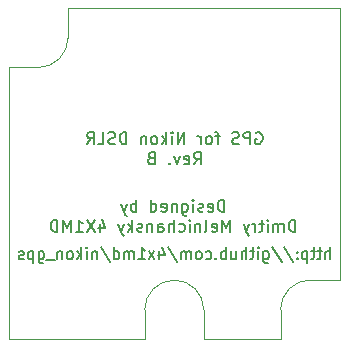
<source format=gbr>
G04 #@! TF.GenerationSoftware,KiCad,Pcbnew,5.1.6-c6e7f7d~87~ubuntu18.04.1*
G04 #@! TF.CreationDate,2020-08-30T01:02:13+03:00*
G04 #@! TF.ProjectId,nikon_gps,6e696b6f-6e5f-4677-9073-2e6b69636164,B*
G04 #@! TF.SameCoordinates,Original*
G04 #@! TF.FileFunction,Legend,Bot*
G04 #@! TF.FilePolarity,Positive*
%FSLAX46Y46*%
G04 Gerber Fmt 4.6, Leading zero omitted, Abs format (unit mm)*
G04 Created by KiCad (PCBNEW 5.1.6-c6e7f7d~87~ubuntu18.04.1) date 2020-08-30 01:02:13*
%MOMM*%
%LPD*%
G01*
G04 APERTURE LIST*
%ADD10C,0.200000*%
G04 #@! TA.AperFunction,Profile*
%ADD11C,0.100000*%
G04 #@! TD*
G04 APERTURE END LIST*
D10*
X120903142Y-110537000D02*
X120998380Y-110489380D01*
X121141238Y-110489380D01*
X121284095Y-110537000D01*
X121379333Y-110632238D01*
X121426952Y-110727476D01*
X121474571Y-110917952D01*
X121474571Y-111060809D01*
X121426952Y-111251285D01*
X121379333Y-111346523D01*
X121284095Y-111441761D01*
X121141238Y-111489380D01*
X121046000Y-111489380D01*
X120903142Y-111441761D01*
X120855523Y-111394142D01*
X120855523Y-111060809D01*
X121046000Y-111060809D01*
X120426952Y-111489380D02*
X120426952Y-110489380D01*
X120046000Y-110489380D01*
X119950761Y-110537000D01*
X119903142Y-110584619D01*
X119855523Y-110679857D01*
X119855523Y-110822714D01*
X119903142Y-110917952D01*
X119950761Y-110965571D01*
X120046000Y-111013190D01*
X120426952Y-111013190D01*
X119474571Y-111441761D02*
X119331714Y-111489380D01*
X119093619Y-111489380D01*
X118998380Y-111441761D01*
X118950761Y-111394142D01*
X118903142Y-111298904D01*
X118903142Y-111203666D01*
X118950761Y-111108428D01*
X118998380Y-111060809D01*
X119093619Y-111013190D01*
X119284095Y-110965571D01*
X119379333Y-110917952D01*
X119426952Y-110870333D01*
X119474571Y-110775095D01*
X119474571Y-110679857D01*
X119426952Y-110584619D01*
X119379333Y-110537000D01*
X119284095Y-110489380D01*
X119046000Y-110489380D01*
X118903142Y-110537000D01*
X117855523Y-110822714D02*
X117474571Y-110822714D01*
X117712666Y-111489380D02*
X117712666Y-110632238D01*
X117665047Y-110537000D01*
X117569809Y-110489380D01*
X117474571Y-110489380D01*
X116998380Y-111489380D02*
X117093619Y-111441761D01*
X117141238Y-111394142D01*
X117188857Y-111298904D01*
X117188857Y-111013190D01*
X117141238Y-110917952D01*
X117093619Y-110870333D01*
X116998380Y-110822714D01*
X116855523Y-110822714D01*
X116760285Y-110870333D01*
X116712666Y-110917952D01*
X116665047Y-111013190D01*
X116665047Y-111298904D01*
X116712666Y-111394142D01*
X116760285Y-111441761D01*
X116855523Y-111489380D01*
X116998380Y-111489380D01*
X116236476Y-111489380D02*
X116236476Y-110822714D01*
X116236476Y-111013190D02*
X116188857Y-110917952D01*
X116141238Y-110870333D01*
X116046000Y-110822714D01*
X115950761Y-110822714D01*
X114855523Y-111489380D02*
X114855523Y-110489380D01*
X114284095Y-111489380D01*
X114284095Y-110489380D01*
X113807904Y-111489380D02*
X113807904Y-110822714D01*
X113807904Y-110489380D02*
X113855523Y-110537000D01*
X113807904Y-110584619D01*
X113760285Y-110537000D01*
X113807904Y-110489380D01*
X113807904Y-110584619D01*
X113331714Y-111489380D02*
X113331714Y-110489380D01*
X113236476Y-111108428D02*
X112950761Y-111489380D01*
X112950761Y-110822714D02*
X113331714Y-111203666D01*
X112379333Y-111489380D02*
X112474571Y-111441761D01*
X112522190Y-111394142D01*
X112569809Y-111298904D01*
X112569809Y-111013190D01*
X112522190Y-110917952D01*
X112474571Y-110870333D01*
X112379333Y-110822714D01*
X112236476Y-110822714D01*
X112141238Y-110870333D01*
X112093619Y-110917952D01*
X112046000Y-111013190D01*
X112046000Y-111298904D01*
X112093619Y-111394142D01*
X112141238Y-111441761D01*
X112236476Y-111489380D01*
X112379333Y-111489380D01*
X111617428Y-110822714D02*
X111617428Y-111489380D01*
X111617428Y-110917952D02*
X111569809Y-110870333D01*
X111474571Y-110822714D01*
X111331714Y-110822714D01*
X111236476Y-110870333D01*
X111188857Y-110965571D01*
X111188857Y-111489380D01*
X109950761Y-111489380D02*
X109950761Y-110489380D01*
X109712666Y-110489380D01*
X109569809Y-110537000D01*
X109474571Y-110632238D01*
X109426952Y-110727476D01*
X109379333Y-110917952D01*
X109379333Y-111060809D01*
X109426952Y-111251285D01*
X109474571Y-111346523D01*
X109569809Y-111441761D01*
X109712666Y-111489380D01*
X109950761Y-111489380D01*
X108998380Y-111441761D02*
X108855523Y-111489380D01*
X108617428Y-111489380D01*
X108522190Y-111441761D01*
X108474571Y-111394142D01*
X108426952Y-111298904D01*
X108426952Y-111203666D01*
X108474571Y-111108428D01*
X108522190Y-111060809D01*
X108617428Y-111013190D01*
X108807904Y-110965571D01*
X108903142Y-110917952D01*
X108950761Y-110870333D01*
X108998380Y-110775095D01*
X108998380Y-110679857D01*
X108950761Y-110584619D01*
X108903142Y-110537000D01*
X108807904Y-110489380D01*
X108569809Y-110489380D01*
X108426952Y-110537000D01*
X107522190Y-111489380D02*
X107998380Y-111489380D01*
X107998380Y-110489380D01*
X106617428Y-111489380D02*
X106950761Y-111013190D01*
X107188857Y-111489380D02*
X107188857Y-110489380D01*
X106807904Y-110489380D01*
X106712666Y-110537000D01*
X106665047Y-110584619D01*
X106617428Y-110679857D01*
X106617428Y-110822714D01*
X106665047Y-110917952D01*
X106712666Y-110965571D01*
X106807904Y-111013190D01*
X107188857Y-111013190D01*
X115665047Y-113189380D02*
X115998380Y-112713190D01*
X116236476Y-113189380D02*
X116236476Y-112189380D01*
X115855523Y-112189380D01*
X115760285Y-112237000D01*
X115712666Y-112284619D01*
X115665047Y-112379857D01*
X115665047Y-112522714D01*
X115712666Y-112617952D01*
X115760285Y-112665571D01*
X115855523Y-112713190D01*
X116236476Y-112713190D01*
X114855523Y-113141761D02*
X114950761Y-113189380D01*
X115141238Y-113189380D01*
X115236476Y-113141761D01*
X115284095Y-113046523D01*
X115284095Y-112665571D01*
X115236476Y-112570333D01*
X115141238Y-112522714D01*
X114950761Y-112522714D01*
X114855523Y-112570333D01*
X114807904Y-112665571D01*
X114807904Y-112760809D01*
X115284095Y-112856047D01*
X114474571Y-112522714D02*
X114236476Y-113189380D01*
X113998380Y-112522714D01*
X113617428Y-113094142D02*
X113569809Y-113141761D01*
X113617428Y-113189380D01*
X113665047Y-113141761D01*
X113617428Y-113094142D01*
X113617428Y-113189380D01*
X112046000Y-112665571D02*
X111903142Y-112713190D01*
X111855523Y-112760809D01*
X111807904Y-112856047D01*
X111807904Y-112998904D01*
X111855523Y-113094142D01*
X111903142Y-113141761D01*
X111998380Y-113189380D01*
X112379333Y-113189380D01*
X112379333Y-112189380D01*
X112046000Y-112189380D01*
X111950761Y-112237000D01*
X111903142Y-112284619D01*
X111855523Y-112379857D01*
X111855523Y-112475095D01*
X111903142Y-112570333D01*
X111950761Y-112617952D01*
X112046000Y-112665571D01*
X112379333Y-112665571D01*
X118252333Y-117204380D02*
X118252333Y-116204380D01*
X118014238Y-116204380D01*
X117871380Y-116252000D01*
X117776142Y-116347238D01*
X117728523Y-116442476D01*
X117680904Y-116632952D01*
X117680904Y-116775809D01*
X117728523Y-116966285D01*
X117776142Y-117061523D01*
X117871380Y-117156761D01*
X118014238Y-117204380D01*
X118252333Y-117204380D01*
X116871380Y-117156761D02*
X116966619Y-117204380D01*
X117157095Y-117204380D01*
X117252333Y-117156761D01*
X117299952Y-117061523D01*
X117299952Y-116680571D01*
X117252333Y-116585333D01*
X117157095Y-116537714D01*
X116966619Y-116537714D01*
X116871380Y-116585333D01*
X116823761Y-116680571D01*
X116823761Y-116775809D01*
X117299952Y-116871047D01*
X116442809Y-117156761D02*
X116347571Y-117204380D01*
X116157095Y-117204380D01*
X116061857Y-117156761D01*
X116014238Y-117061523D01*
X116014238Y-117013904D01*
X116061857Y-116918666D01*
X116157095Y-116871047D01*
X116299952Y-116871047D01*
X116395190Y-116823428D01*
X116442809Y-116728190D01*
X116442809Y-116680571D01*
X116395190Y-116585333D01*
X116299952Y-116537714D01*
X116157095Y-116537714D01*
X116061857Y-116585333D01*
X115585666Y-117204380D02*
X115585666Y-116537714D01*
X115585666Y-116204380D02*
X115633285Y-116252000D01*
X115585666Y-116299619D01*
X115538047Y-116252000D01*
X115585666Y-116204380D01*
X115585666Y-116299619D01*
X114680904Y-116537714D02*
X114680904Y-117347238D01*
X114728523Y-117442476D01*
X114776142Y-117490095D01*
X114871380Y-117537714D01*
X115014238Y-117537714D01*
X115109476Y-117490095D01*
X114680904Y-117156761D02*
X114776142Y-117204380D01*
X114966619Y-117204380D01*
X115061857Y-117156761D01*
X115109476Y-117109142D01*
X115157095Y-117013904D01*
X115157095Y-116728190D01*
X115109476Y-116632952D01*
X115061857Y-116585333D01*
X114966619Y-116537714D01*
X114776142Y-116537714D01*
X114680904Y-116585333D01*
X114204714Y-116537714D02*
X114204714Y-117204380D01*
X114204714Y-116632952D02*
X114157095Y-116585333D01*
X114061857Y-116537714D01*
X113919000Y-116537714D01*
X113823761Y-116585333D01*
X113776142Y-116680571D01*
X113776142Y-117204380D01*
X112919000Y-117156761D02*
X113014238Y-117204380D01*
X113204714Y-117204380D01*
X113299952Y-117156761D01*
X113347571Y-117061523D01*
X113347571Y-116680571D01*
X113299952Y-116585333D01*
X113204714Y-116537714D01*
X113014238Y-116537714D01*
X112919000Y-116585333D01*
X112871380Y-116680571D01*
X112871380Y-116775809D01*
X113347571Y-116871047D01*
X112014238Y-117204380D02*
X112014238Y-116204380D01*
X112014238Y-117156761D02*
X112109476Y-117204380D01*
X112299952Y-117204380D01*
X112395190Y-117156761D01*
X112442809Y-117109142D01*
X112490428Y-117013904D01*
X112490428Y-116728190D01*
X112442809Y-116632952D01*
X112395190Y-116585333D01*
X112299952Y-116537714D01*
X112109476Y-116537714D01*
X112014238Y-116585333D01*
X110776142Y-117204380D02*
X110776142Y-116204380D01*
X110776142Y-116585333D02*
X110680904Y-116537714D01*
X110490428Y-116537714D01*
X110395190Y-116585333D01*
X110347571Y-116632952D01*
X110299952Y-116728190D01*
X110299952Y-117013904D01*
X110347571Y-117109142D01*
X110395190Y-117156761D01*
X110490428Y-117204380D01*
X110680904Y-117204380D01*
X110776142Y-117156761D01*
X109966619Y-116537714D02*
X109728523Y-117204380D01*
X109490428Y-116537714D02*
X109728523Y-117204380D01*
X109823761Y-117442476D01*
X109871380Y-117490095D01*
X109966619Y-117537714D01*
X124252333Y-118904380D02*
X124252333Y-117904380D01*
X124014238Y-117904380D01*
X123871380Y-117952000D01*
X123776142Y-118047238D01*
X123728523Y-118142476D01*
X123680904Y-118332952D01*
X123680904Y-118475809D01*
X123728523Y-118666285D01*
X123776142Y-118761523D01*
X123871380Y-118856761D01*
X124014238Y-118904380D01*
X124252333Y-118904380D01*
X123252333Y-118904380D02*
X123252333Y-118237714D01*
X123252333Y-118332952D02*
X123204714Y-118285333D01*
X123109476Y-118237714D01*
X122966619Y-118237714D01*
X122871380Y-118285333D01*
X122823761Y-118380571D01*
X122823761Y-118904380D01*
X122823761Y-118380571D02*
X122776142Y-118285333D01*
X122680904Y-118237714D01*
X122538047Y-118237714D01*
X122442809Y-118285333D01*
X122395190Y-118380571D01*
X122395190Y-118904380D01*
X121919000Y-118904380D02*
X121919000Y-118237714D01*
X121919000Y-117904380D02*
X121966619Y-117952000D01*
X121919000Y-117999619D01*
X121871380Y-117952000D01*
X121919000Y-117904380D01*
X121919000Y-117999619D01*
X121585666Y-118237714D02*
X121204714Y-118237714D01*
X121442809Y-117904380D02*
X121442809Y-118761523D01*
X121395190Y-118856761D01*
X121299952Y-118904380D01*
X121204714Y-118904380D01*
X120871380Y-118904380D02*
X120871380Y-118237714D01*
X120871380Y-118428190D02*
X120823761Y-118332952D01*
X120776142Y-118285333D01*
X120680904Y-118237714D01*
X120585666Y-118237714D01*
X120347571Y-118237714D02*
X120109476Y-118904380D01*
X119871380Y-118237714D02*
X120109476Y-118904380D01*
X120204714Y-119142476D01*
X120252333Y-119190095D01*
X120347571Y-119237714D01*
X118728523Y-118904380D02*
X118728523Y-117904380D01*
X118395190Y-118618666D01*
X118061857Y-117904380D01*
X118061857Y-118904380D01*
X117204714Y-118856761D02*
X117299952Y-118904380D01*
X117490428Y-118904380D01*
X117585666Y-118856761D01*
X117633285Y-118761523D01*
X117633285Y-118380571D01*
X117585666Y-118285333D01*
X117490428Y-118237714D01*
X117299952Y-118237714D01*
X117204714Y-118285333D01*
X117157095Y-118380571D01*
X117157095Y-118475809D01*
X117633285Y-118571047D01*
X116585666Y-118904380D02*
X116680904Y-118856761D01*
X116728523Y-118761523D01*
X116728523Y-117904380D01*
X116204714Y-118237714D02*
X116204714Y-118904380D01*
X116204714Y-118332952D02*
X116157095Y-118285333D01*
X116061857Y-118237714D01*
X115919000Y-118237714D01*
X115823761Y-118285333D01*
X115776142Y-118380571D01*
X115776142Y-118904380D01*
X115299952Y-118904380D02*
X115299952Y-118237714D01*
X115299952Y-117904380D02*
X115347571Y-117952000D01*
X115299952Y-117999619D01*
X115252333Y-117952000D01*
X115299952Y-117904380D01*
X115299952Y-117999619D01*
X114395190Y-118856761D02*
X114490428Y-118904380D01*
X114680904Y-118904380D01*
X114776142Y-118856761D01*
X114823761Y-118809142D01*
X114871380Y-118713904D01*
X114871380Y-118428190D01*
X114823761Y-118332952D01*
X114776142Y-118285333D01*
X114680904Y-118237714D01*
X114490428Y-118237714D01*
X114395190Y-118285333D01*
X113966619Y-118904380D02*
X113966619Y-117904380D01*
X113538047Y-118904380D02*
X113538047Y-118380571D01*
X113585666Y-118285333D01*
X113680904Y-118237714D01*
X113823761Y-118237714D01*
X113919000Y-118285333D01*
X113966619Y-118332952D01*
X112633285Y-118904380D02*
X112633285Y-118380571D01*
X112680904Y-118285333D01*
X112776142Y-118237714D01*
X112966619Y-118237714D01*
X113061857Y-118285333D01*
X112633285Y-118856761D02*
X112728523Y-118904380D01*
X112966619Y-118904380D01*
X113061857Y-118856761D01*
X113109476Y-118761523D01*
X113109476Y-118666285D01*
X113061857Y-118571047D01*
X112966619Y-118523428D01*
X112728523Y-118523428D01*
X112633285Y-118475809D01*
X112157095Y-118237714D02*
X112157095Y-118904380D01*
X112157095Y-118332952D02*
X112109476Y-118285333D01*
X112014238Y-118237714D01*
X111871380Y-118237714D01*
X111776142Y-118285333D01*
X111728523Y-118380571D01*
X111728523Y-118904380D01*
X111299952Y-118856761D02*
X111204714Y-118904380D01*
X111014238Y-118904380D01*
X110919000Y-118856761D01*
X110871380Y-118761523D01*
X110871380Y-118713904D01*
X110919000Y-118618666D01*
X111014238Y-118571047D01*
X111157095Y-118571047D01*
X111252333Y-118523428D01*
X111299952Y-118428190D01*
X111299952Y-118380571D01*
X111252333Y-118285333D01*
X111157095Y-118237714D01*
X111014238Y-118237714D01*
X110919000Y-118285333D01*
X110442809Y-118904380D02*
X110442809Y-117904380D01*
X110347571Y-118523428D02*
X110061857Y-118904380D01*
X110061857Y-118237714D02*
X110442809Y-118618666D01*
X109728523Y-118237714D02*
X109490428Y-118904380D01*
X109252333Y-118237714D02*
X109490428Y-118904380D01*
X109585666Y-119142476D01*
X109633285Y-119190095D01*
X109728523Y-119237714D01*
X107680904Y-118237714D02*
X107680904Y-118904380D01*
X107919000Y-117856761D02*
X108157095Y-118571047D01*
X107538047Y-118571047D01*
X107252333Y-117904380D02*
X106585666Y-118904380D01*
X106585666Y-117904380D02*
X107252333Y-118904380D01*
X105680904Y-118904380D02*
X106252333Y-118904380D01*
X105966619Y-118904380D02*
X105966619Y-117904380D01*
X106061857Y-118047238D01*
X106157095Y-118142476D01*
X106252333Y-118190095D01*
X105252333Y-118904380D02*
X105252333Y-117904380D01*
X104919000Y-118618666D01*
X104585666Y-117904380D01*
X104585666Y-118904380D01*
X104109476Y-118904380D02*
X104109476Y-117904380D01*
X103871380Y-117904380D01*
X103728523Y-117952000D01*
X103633285Y-118047238D01*
X103585666Y-118142476D01*
X103538047Y-118332952D01*
X103538047Y-118475809D01*
X103585666Y-118666285D01*
X103633285Y-118761523D01*
X103728523Y-118856761D01*
X103871380Y-118904380D01*
X104109476Y-118904380D01*
X127210285Y-121229380D02*
X127210285Y-120229380D01*
X126803142Y-121229380D02*
X126803142Y-120705571D01*
X126848380Y-120610333D01*
X126938857Y-120562714D01*
X127074571Y-120562714D01*
X127165047Y-120610333D01*
X127210285Y-120657952D01*
X126486476Y-120562714D02*
X126124571Y-120562714D01*
X126350761Y-120229380D02*
X126350761Y-121086523D01*
X126305523Y-121181761D01*
X126215047Y-121229380D01*
X126124571Y-121229380D01*
X125943619Y-120562714D02*
X125581714Y-120562714D01*
X125807904Y-120229380D02*
X125807904Y-121086523D01*
X125762666Y-121181761D01*
X125672190Y-121229380D01*
X125581714Y-121229380D01*
X125265047Y-120562714D02*
X125265047Y-121562714D01*
X125265047Y-120610333D02*
X125174571Y-120562714D01*
X124993619Y-120562714D01*
X124903142Y-120610333D01*
X124857904Y-120657952D01*
X124812666Y-120753190D01*
X124812666Y-121038904D01*
X124857904Y-121134142D01*
X124903142Y-121181761D01*
X124993619Y-121229380D01*
X125174571Y-121229380D01*
X125265047Y-121181761D01*
X124405523Y-121134142D02*
X124360285Y-121181761D01*
X124405523Y-121229380D01*
X124450761Y-121181761D01*
X124405523Y-121134142D01*
X124405523Y-121229380D01*
X124405523Y-120610333D02*
X124360285Y-120657952D01*
X124405523Y-120705571D01*
X124450761Y-120657952D01*
X124405523Y-120610333D01*
X124405523Y-120705571D01*
X123274571Y-120181761D02*
X124088857Y-121467476D01*
X122279333Y-120181761D02*
X123093619Y-121467476D01*
X121555523Y-120562714D02*
X121555523Y-121372238D01*
X121600761Y-121467476D01*
X121646000Y-121515095D01*
X121736476Y-121562714D01*
X121872190Y-121562714D01*
X121962666Y-121515095D01*
X121555523Y-121181761D02*
X121646000Y-121229380D01*
X121826952Y-121229380D01*
X121917428Y-121181761D01*
X121962666Y-121134142D01*
X122007904Y-121038904D01*
X122007904Y-120753190D01*
X121962666Y-120657952D01*
X121917428Y-120610333D01*
X121826952Y-120562714D01*
X121646000Y-120562714D01*
X121555523Y-120610333D01*
X121103142Y-121229380D02*
X121103142Y-120562714D01*
X121103142Y-120229380D02*
X121148380Y-120277000D01*
X121103142Y-120324619D01*
X121057904Y-120277000D01*
X121103142Y-120229380D01*
X121103142Y-120324619D01*
X120786476Y-120562714D02*
X120424571Y-120562714D01*
X120650761Y-120229380D02*
X120650761Y-121086523D01*
X120605523Y-121181761D01*
X120515047Y-121229380D01*
X120424571Y-121229380D01*
X120107904Y-121229380D02*
X120107904Y-120229380D01*
X119700761Y-121229380D02*
X119700761Y-120705571D01*
X119746000Y-120610333D01*
X119836476Y-120562714D01*
X119972190Y-120562714D01*
X120062666Y-120610333D01*
X120107904Y-120657952D01*
X118841238Y-120562714D02*
X118841238Y-121229380D01*
X119248380Y-120562714D02*
X119248380Y-121086523D01*
X119203142Y-121181761D01*
X119112666Y-121229380D01*
X118976952Y-121229380D01*
X118886476Y-121181761D01*
X118841238Y-121134142D01*
X118388857Y-121229380D02*
X118388857Y-120229380D01*
X118388857Y-120610333D02*
X118298380Y-120562714D01*
X118117428Y-120562714D01*
X118026952Y-120610333D01*
X117981714Y-120657952D01*
X117936476Y-120753190D01*
X117936476Y-121038904D01*
X117981714Y-121134142D01*
X118026952Y-121181761D01*
X118117428Y-121229380D01*
X118298380Y-121229380D01*
X118388857Y-121181761D01*
X117529333Y-121134142D02*
X117484095Y-121181761D01*
X117529333Y-121229380D01*
X117574571Y-121181761D01*
X117529333Y-121134142D01*
X117529333Y-121229380D01*
X116669809Y-121181761D02*
X116760285Y-121229380D01*
X116941238Y-121229380D01*
X117031714Y-121181761D01*
X117076952Y-121134142D01*
X117122190Y-121038904D01*
X117122190Y-120753190D01*
X117076952Y-120657952D01*
X117031714Y-120610333D01*
X116941238Y-120562714D01*
X116760285Y-120562714D01*
X116669809Y-120610333D01*
X116126952Y-121229380D02*
X116217428Y-121181761D01*
X116262666Y-121134142D01*
X116307904Y-121038904D01*
X116307904Y-120753190D01*
X116262666Y-120657952D01*
X116217428Y-120610333D01*
X116126952Y-120562714D01*
X115991238Y-120562714D01*
X115900761Y-120610333D01*
X115855523Y-120657952D01*
X115810285Y-120753190D01*
X115810285Y-121038904D01*
X115855523Y-121134142D01*
X115900761Y-121181761D01*
X115991238Y-121229380D01*
X116126952Y-121229380D01*
X115403142Y-121229380D02*
X115403142Y-120562714D01*
X115403142Y-120657952D02*
X115357904Y-120610333D01*
X115267428Y-120562714D01*
X115131714Y-120562714D01*
X115041238Y-120610333D01*
X114996000Y-120705571D01*
X114996000Y-121229380D01*
X114996000Y-120705571D02*
X114950761Y-120610333D01*
X114860285Y-120562714D01*
X114724571Y-120562714D01*
X114634095Y-120610333D01*
X114588857Y-120705571D01*
X114588857Y-121229380D01*
X113457904Y-120181761D02*
X114272190Y-121467476D01*
X112734095Y-120562714D02*
X112734095Y-121229380D01*
X112960285Y-120181761D02*
X113186476Y-120896047D01*
X112598380Y-120896047D01*
X112326952Y-121229380D02*
X111829333Y-120562714D01*
X112326952Y-120562714D02*
X111829333Y-121229380D01*
X110969809Y-121229380D02*
X111512666Y-121229380D01*
X111241238Y-121229380D02*
X111241238Y-120229380D01*
X111331714Y-120372238D01*
X111422190Y-120467476D01*
X111512666Y-120515095D01*
X110562666Y-121229380D02*
X110562666Y-120562714D01*
X110562666Y-120657952D02*
X110517428Y-120610333D01*
X110426952Y-120562714D01*
X110291238Y-120562714D01*
X110200761Y-120610333D01*
X110155523Y-120705571D01*
X110155523Y-121229380D01*
X110155523Y-120705571D02*
X110110285Y-120610333D01*
X110019809Y-120562714D01*
X109884095Y-120562714D01*
X109793619Y-120610333D01*
X109748380Y-120705571D01*
X109748380Y-121229380D01*
X108888857Y-121229380D02*
X108888857Y-120229380D01*
X108888857Y-121181761D02*
X108979333Y-121229380D01*
X109160285Y-121229380D01*
X109250761Y-121181761D01*
X109296000Y-121134142D01*
X109341238Y-121038904D01*
X109341238Y-120753190D01*
X109296000Y-120657952D01*
X109250761Y-120610333D01*
X109160285Y-120562714D01*
X108979333Y-120562714D01*
X108888857Y-120610333D01*
X107757904Y-120181761D02*
X108572190Y-121467476D01*
X107441238Y-120562714D02*
X107441238Y-121229380D01*
X107441238Y-120657952D02*
X107396000Y-120610333D01*
X107305523Y-120562714D01*
X107169809Y-120562714D01*
X107079333Y-120610333D01*
X107034095Y-120705571D01*
X107034095Y-121229380D01*
X106581714Y-121229380D02*
X106581714Y-120562714D01*
X106581714Y-120229380D02*
X106626952Y-120277000D01*
X106581714Y-120324619D01*
X106536476Y-120277000D01*
X106581714Y-120229380D01*
X106581714Y-120324619D01*
X106129333Y-121229380D02*
X106129333Y-120229380D01*
X106038857Y-120848428D02*
X105767428Y-121229380D01*
X105767428Y-120562714D02*
X106129333Y-120943666D01*
X105224571Y-121229380D02*
X105315047Y-121181761D01*
X105360285Y-121134142D01*
X105405523Y-121038904D01*
X105405523Y-120753190D01*
X105360285Y-120657952D01*
X105315047Y-120610333D01*
X105224571Y-120562714D01*
X105088857Y-120562714D01*
X104998380Y-120610333D01*
X104953142Y-120657952D01*
X104907904Y-120753190D01*
X104907904Y-121038904D01*
X104953142Y-121134142D01*
X104998380Y-121181761D01*
X105088857Y-121229380D01*
X105224571Y-121229380D01*
X104500761Y-120562714D02*
X104500761Y-121229380D01*
X104500761Y-120657952D02*
X104455523Y-120610333D01*
X104365047Y-120562714D01*
X104229333Y-120562714D01*
X104138857Y-120610333D01*
X104093619Y-120705571D01*
X104093619Y-121229380D01*
X103867428Y-121324619D02*
X103143619Y-121324619D01*
X102510285Y-120562714D02*
X102510285Y-121372238D01*
X102555523Y-121467476D01*
X102600761Y-121515095D01*
X102691238Y-121562714D01*
X102826952Y-121562714D01*
X102917428Y-121515095D01*
X102510285Y-121181761D02*
X102600761Y-121229380D01*
X102781714Y-121229380D01*
X102872190Y-121181761D01*
X102917428Y-121134142D01*
X102962666Y-121038904D01*
X102962666Y-120753190D01*
X102917428Y-120657952D01*
X102872190Y-120610333D01*
X102781714Y-120562714D01*
X102600761Y-120562714D01*
X102510285Y-120610333D01*
X102057904Y-120562714D02*
X102057904Y-121562714D01*
X102057904Y-120610333D02*
X101967428Y-120562714D01*
X101786476Y-120562714D01*
X101696000Y-120610333D01*
X101650761Y-120657952D01*
X101605523Y-120753190D01*
X101605523Y-121038904D01*
X101650761Y-121134142D01*
X101696000Y-121181761D01*
X101786476Y-121229380D01*
X101967428Y-121229380D01*
X102057904Y-121181761D01*
X101243619Y-121181761D02*
X101153142Y-121229380D01*
X100972190Y-121229380D01*
X100881714Y-121181761D01*
X100836476Y-121086523D01*
X100836476Y-121038904D01*
X100881714Y-120943666D01*
X100972190Y-120896047D01*
X101107904Y-120896047D01*
X101198380Y-120848428D01*
X101243619Y-120753190D01*
X101243619Y-120705571D01*
X101198380Y-120610333D01*
X101107904Y-120562714D01*
X100972190Y-120562714D01*
X100881714Y-120610333D01*
D11*
X116500000Y-125500000D02*
X116500000Y-128000000D01*
X111500000Y-125500000D02*
X111500000Y-128000000D01*
X114000000Y-123000000D02*
G75*
G03*
X111500000Y-125500000I0J-2500000D01*
G01*
X116500000Y-125500000D02*
G75*
G03*
X114000000Y-123000000I-2500000J0D01*
G01*
X100000000Y-128000000D02*
X111500000Y-128000000D01*
X105000000Y-100000000D02*
X128000000Y-100000000D01*
X128000000Y-123000000D02*
X128000000Y-100000000D01*
X116500000Y-128000000D02*
X123000000Y-128000000D01*
X100000000Y-128000000D02*
X100000000Y-105000000D01*
X100000000Y-105000000D02*
X102500000Y-105000000D01*
X105000000Y-102500000D02*
X105000000Y-100000000D01*
X105000000Y-102500000D02*
G75*
G02*
X102500000Y-105000000I-2500000J0D01*
G01*
X123000000Y-125500000D02*
G75*
G02*
X125500000Y-123000000I2500000J0D01*
G01*
X123000000Y-125500000D02*
X123000000Y-128000000D01*
X125500000Y-123000000D02*
X128000000Y-123000000D01*
M02*

</source>
